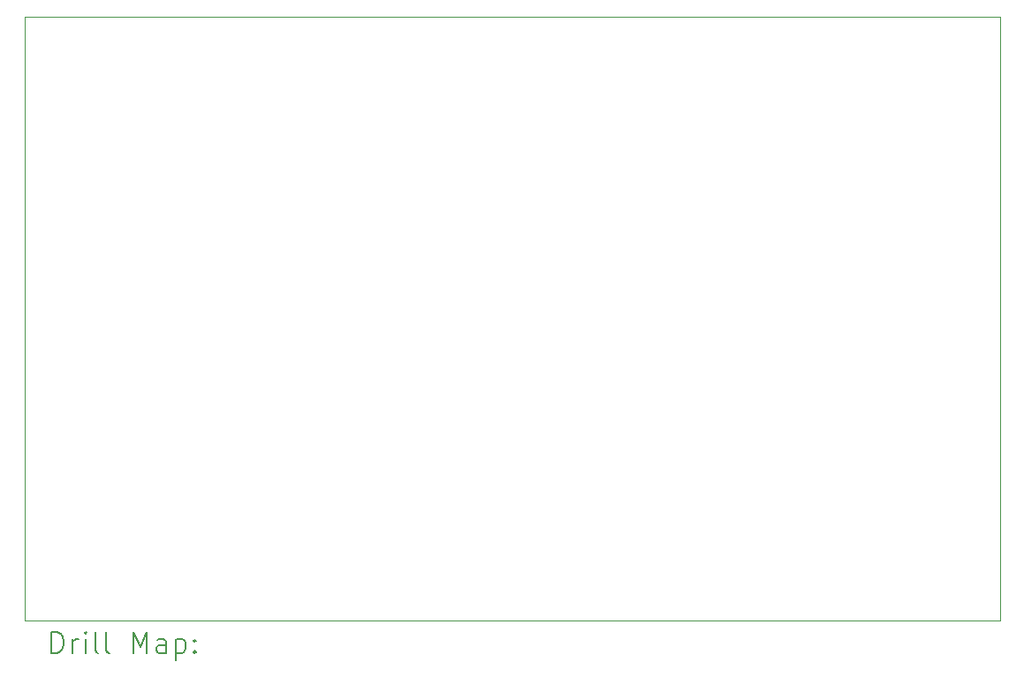
<source format=gbr>
%TF.GenerationSoftware,KiCad,Pcbnew,8.0.7*%
%TF.CreationDate,2025-06-01T16:37:25+09:00*%
%TF.ProjectId,ESP32 RST Monitoring,45535033-3220-4525-9354-204d6f6e6974,rev?*%
%TF.SameCoordinates,Original*%
%TF.FileFunction,Drillmap*%
%TF.FilePolarity,Positive*%
%FSLAX45Y45*%
G04 Gerber Fmt 4.5, Leading zero omitted, Abs format (unit mm)*
G04 Created by KiCad (PCBNEW 8.0.7) date 2025-06-01 16:37:25*
%MOMM*%
%LPD*%
G01*
G04 APERTURE LIST*
%ADD10C,0.050000*%
%ADD11C,0.200000*%
G04 APERTURE END LIST*
D10*
X10784840Y-6065520D02*
X20129500Y-6065520D01*
X20129500Y-11856720D01*
X10784840Y-11856720D01*
X10784840Y-6065520D01*
D11*
X11043117Y-12170704D02*
X11043117Y-11970704D01*
X11043117Y-11970704D02*
X11090736Y-11970704D01*
X11090736Y-11970704D02*
X11119307Y-11980228D01*
X11119307Y-11980228D02*
X11138355Y-11999275D01*
X11138355Y-11999275D02*
X11147879Y-12018323D01*
X11147879Y-12018323D02*
X11157403Y-12056418D01*
X11157403Y-12056418D02*
X11157403Y-12084989D01*
X11157403Y-12084989D02*
X11147879Y-12123085D01*
X11147879Y-12123085D02*
X11138355Y-12142132D01*
X11138355Y-12142132D02*
X11119307Y-12161180D01*
X11119307Y-12161180D02*
X11090736Y-12170704D01*
X11090736Y-12170704D02*
X11043117Y-12170704D01*
X11243117Y-12170704D02*
X11243117Y-12037370D01*
X11243117Y-12075466D02*
X11252641Y-12056418D01*
X11252641Y-12056418D02*
X11262164Y-12046894D01*
X11262164Y-12046894D02*
X11281212Y-12037370D01*
X11281212Y-12037370D02*
X11300260Y-12037370D01*
X11366926Y-12170704D02*
X11366926Y-12037370D01*
X11366926Y-11970704D02*
X11357402Y-11980228D01*
X11357402Y-11980228D02*
X11366926Y-11989751D01*
X11366926Y-11989751D02*
X11376450Y-11980228D01*
X11376450Y-11980228D02*
X11366926Y-11970704D01*
X11366926Y-11970704D02*
X11366926Y-11989751D01*
X11490736Y-12170704D02*
X11471688Y-12161180D01*
X11471688Y-12161180D02*
X11462164Y-12142132D01*
X11462164Y-12142132D02*
X11462164Y-11970704D01*
X11595498Y-12170704D02*
X11576450Y-12161180D01*
X11576450Y-12161180D02*
X11566926Y-12142132D01*
X11566926Y-12142132D02*
X11566926Y-11970704D01*
X11824069Y-12170704D02*
X11824069Y-11970704D01*
X11824069Y-11970704D02*
X11890736Y-12113561D01*
X11890736Y-12113561D02*
X11957402Y-11970704D01*
X11957402Y-11970704D02*
X11957402Y-12170704D01*
X12138355Y-12170704D02*
X12138355Y-12065942D01*
X12138355Y-12065942D02*
X12128831Y-12046894D01*
X12128831Y-12046894D02*
X12109783Y-12037370D01*
X12109783Y-12037370D02*
X12071688Y-12037370D01*
X12071688Y-12037370D02*
X12052641Y-12046894D01*
X12138355Y-12161180D02*
X12119307Y-12170704D01*
X12119307Y-12170704D02*
X12071688Y-12170704D01*
X12071688Y-12170704D02*
X12052641Y-12161180D01*
X12052641Y-12161180D02*
X12043117Y-12142132D01*
X12043117Y-12142132D02*
X12043117Y-12123085D01*
X12043117Y-12123085D02*
X12052641Y-12104037D01*
X12052641Y-12104037D02*
X12071688Y-12094513D01*
X12071688Y-12094513D02*
X12119307Y-12094513D01*
X12119307Y-12094513D02*
X12138355Y-12084989D01*
X12233593Y-12037370D02*
X12233593Y-12237370D01*
X12233593Y-12046894D02*
X12252641Y-12037370D01*
X12252641Y-12037370D02*
X12290736Y-12037370D01*
X12290736Y-12037370D02*
X12309783Y-12046894D01*
X12309783Y-12046894D02*
X12319307Y-12056418D01*
X12319307Y-12056418D02*
X12328831Y-12075466D01*
X12328831Y-12075466D02*
X12328831Y-12132608D01*
X12328831Y-12132608D02*
X12319307Y-12151656D01*
X12319307Y-12151656D02*
X12309783Y-12161180D01*
X12309783Y-12161180D02*
X12290736Y-12170704D01*
X12290736Y-12170704D02*
X12252641Y-12170704D01*
X12252641Y-12170704D02*
X12233593Y-12161180D01*
X12414545Y-12151656D02*
X12424069Y-12161180D01*
X12424069Y-12161180D02*
X12414545Y-12170704D01*
X12414545Y-12170704D02*
X12405022Y-12161180D01*
X12405022Y-12161180D02*
X12414545Y-12151656D01*
X12414545Y-12151656D02*
X12414545Y-12170704D01*
X12414545Y-12046894D02*
X12424069Y-12056418D01*
X12424069Y-12056418D02*
X12414545Y-12065942D01*
X12414545Y-12065942D02*
X12405022Y-12056418D01*
X12405022Y-12056418D02*
X12414545Y-12046894D01*
X12414545Y-12046894D02*
X12414545Y-12065942D01*
M02*

</source>
